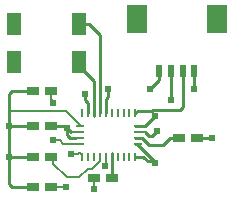
<source format=gtl>
G04 This is an RS-274x file exported by *
G04 gerbv version 2.6.1 *
G04 More information is available about gerbv at *
G04 http://gerbv.geda-project.org/ *
G04 --End of header info--*
%MOIN*%
%FSLAX34Y34*%
%IPPOS*%
G04 --Define apertures--*
%ADD10C,0.0240*%
%ADD11R,0.0512X0.0748*%
%ADD12C,0.1350*%
%ADD13R,0.0400X0.0300*%
%ADD14R,0.0300X0.0098*%
%ADD15R,0.0098X0.0300*%
%ADD16R,0.0697X0.0972*%
%ADD17R,0.0216X0.0394*%
%ADD18C,0.0220*%
%ADD19C,0.0100*%
%ADD20C,0.0060*%
%ADD21C,0.0080*%
G04 --Start main section--*
G54D10*
G01X-011712Y-013203D03*
G01X-011703Y-012185D03*
G01X-010239Y-012638D03*
G01X-010241Y-011389D03*
G01X-009833Y-014212D03*
G01X-009665Y-013100D03*
G01X-009787Y-012243D03*
G01X-009187Y-011087D03*
G01X-008896Y-014260D03*
G01X-008529Y-013512D03*
G01X-008420Y-010930D03*
G01X-006840Y-013396D03*
G01X-006799Y-012349D03*
G01X-006841Y-011842D03*
G01X-006324Y-011311D03*
G01X-007012Y-010943D03*
G01X-005536Y-010933D03*
G01X-004939Y-012565D03*
G54D20*
G01X-009278Y-013203D02*
G01X-009278Y-013142D01*
G01X-009278Y-013142D02*
G01X-009335Y-013085D01*
G01X-009357Y-012175D02*
G01X-009357Y-012140D01*
G01X-008884Y-011737D02*
G01X-008884Y-011536D01*
G01X-008884Y-011536D02*
G01X-008894Y-011526D01*
G01X-008294Y-013203D02*
G01X-008294Y-013405D01*
G01X-008294Y-013405D02*
G01X-008296Y-013407D01*
G01X-007427Y-012568D02*
G01X-007375Y-012568D01*
G01X-007375Y-012568D02*
G01X-007372Y-012565D01*
G01X-007427Y-012175D02*
G01X-007287Y-012175D01*
G01X-007287Y-012175D02*
G01X-007281Y-012181D01*
G01X-007427Y-012765D02*
G01X-007427Y-012809D01*
G54D11*
G01X-011563Y-010038D03*
G01X-011563Y-008778D03*
G01X-009397Y-010038D03*
G01X-009397Y-008778D03*
G54D21*
G01X-011706Y-013197D02*
G01X-011712Y-013203D01*
G01X-009357Y-012140D02*
G01X-009824Y-011673D01*
G01X-009824Y-011673D02*
G01X-011722Y-011673D01*
G01X-010301Y-014212D02*
G01X-009833Y-014212D01*
G01X-008687Y-013203D02*
G01X-008687Y-013344D01*
G01X-008687Y-013344D02*
G01X-008946Y-013603D01*
G01X-008946Y-013603D02*
G01X-009099Y-013603D01*
G01X-009099Y-013603D02*
G01X-009378Y-013882D01*
G01X-009378Y-013882D02*
G01X-009794Y-013882D01*
G01X-009794Y-013882D02*
G01X-010252Y-013424D01*
G01X-010252Y-013424D02*
G01X-010252Y-013252D01*
G01X-010252Y-013252D02*
G01X-010301Y-013203D01*
G01X-010241Y-011389D02*
G01X-010241Y-011339D01*
G01X-010241Y-011339D02*
G01X-010301Y-011279D01*
G01X-010301Y-011279D02*
G01X-010301Y-010996D01*
G01X-009335Y-013085D02*
G01X-009417Y-013085D01*
G01X-009417Y-013085D02*
G01X-009432Y-013100D01*
G01X-009432Y-013100D02*
G01X-009665Y-013100D01*
G01X-009357Y-012765D02*
G01X-009902Y-012765D01*
G01X-009902Y-012765D02*
G01X-010029Y-012638D01*
G01X-010029Y-012638D02*
G01X-010239Y-012638D01*
G01X-009278Y-012765D02*
G01X-009357Y-012765D01*
G01X-009278Y-012175D02*
G01X-009322Y-012175D01*
G01X-009322Y-012175D02*
G01X-009357Y-012140D01*
G01X-009357Y-012568D02*
G01X-009489Y-012568D01*
G01X-009278Y-012568D02*
G01X-009357Y-012568D01*
G01X-009357Y-012372D02*
G01X-009641Y-012372D01*
G01X-009278Y-012372D02*
G01X-009357Y-012372D01*
G01X-008896Y-013893D02*
G01X-008896Y-014260D01*
G01X-008687Y-013085D02*
G01X-008687Y-013203D01*
G01X-008490Y-013203D02*
G01X-008490Y-013473D01*
G01X-008490Y-013473D02*
G01X-008529Y-013512D01*
G01X-008490Y-013085D02*
G01X-008490Y-013203D01*
G01X-007427Y-012372D02*
G01X-007188Y-012372D01*
G01X-007506Y-012372D02*
G01X-007427Y-012372D01*
G54D13*
G01X-010301Y-014212D03*
G01X-010901Y-014212D03*
G01X-010301Y-013203D03*
G01X-010901Y-013203D03*
G01X-010301Y-012185D03*
G01X-010901Y-012185D03*
G01X-010301Y-010996D03*
G01X-010901Y-010996D03*
G01X-008296Y-013893D03*
G01X-008896Y-013893D03*
G01X-006050Y-012565D03*
G01X-005450Y-012565D03*
G54D14*
G01X-009357Y-012765D03*
G01X-009357Y-012568D03*
G01X-009357Y-012372D03*
G01X-009357Y-012175D03*
G01X-007427Y-012765D03*
G01X-007427Y-012568D03*
G01X-007427Y-012372D03*
G01X-007427Y-012175D03*
G54D15*
G01X-008490Y-013203D03*
G01X-008687Y-013203D03*
G01X-008884Y-013203D03*
G01X-009081Y-013203D03*
G01X-009278Y-013203D03*
G01X-008490Y-011737D03*
G01X-008687Y-011737D03*
G01X-008884Y-011737D03*
G01X-009081Y-011737D03*
G01X-009278Y-011737D03*
G01X-007516Y-013203D03*
G01X-007703Y-013203D03*
G01X-007900Y-013203D03*
G01X-008097Y-013203D03*
G01X-008294Y-013203D03*
G01X-007506Y-011737D03*
G01X-007703Y-011737D03*
G01X-007900Y-011737D03*
G01X-008097Y-011737D03*
G01X-008294Y-011737D03*
G54D16*
G01X-007460Y-008600D03*
G01X-004794Y-008600D03*
G54D17*
G01X-006718Y-010352D03*
G01X-005536Y-010352D03*
G01X-005930Y-010352D03*
G01X-006324Y-010352D03*
G54D19*
G01X-011712Y-013203D02*
G01X-011722Y-013213D01*
G01X-011722Y-013213D02*
G01X-011722Y-014112D01*
G01X-011722Y-014112D02*
G01X-011622Y-014212D01*
G01X-011622Y-014212D02*
G01X-010901Y-014212D01*
G01X-011703Y-012185D02*
G01X-011703Y-012405D01*
G01X-011703Y-012405D02*
G01X-011706Y-012408D01*
G01X-011706Y-012408D02*
G01X-011706Y-013197D01*
G01X-010901Y-013203D02*
G01X-011712Y-013203D01*
G01X-011722Y-011673D02*
G01X-011722Y-011946D01*
G01X-011722Y-011946D02*
G01X-011703Y-011965D01*
G01X-011703Y-011965D02*
G01X-011703Y-012185D01*
G01X-011703Y-012185D02*
G01X-010901Y-012185D01*
G01X-010901Y-010996D02*
G01X-011622Y-010996D01*
G01X-011622Y-010996D02*
G01X-011722Y-011096D01*
G01X-011722Y-011096D02*
G01X-011722Y-011673D01*
G01X-009787Y-012243D02*
G01X-009787Y-012238D01*
G01X-009787Y-012238D02*
G01X-009840Y-012185D01*
G01X-009840Y-012185D02*
G01X-010301Y-012185D01*
G01X-009489Y-012568D02*
G01X-009682Y-012568D01*
G01X-009682Y-012568D02*
G01X-009787Y-012463D01*
G01X-009787Y-012463D02*
G01X-009787Y-012243D01*
G01X-009641Y-012372D02*
G01X-009770Y-012243D01*
G01X-009770Y-012243D02*
G01X-009787Y-012243D01*
G01X-008894Y-011526D02*
G01X-008894Y-010659D01*
G01X-008894Y-010659D02*
G01X-009397Y-010156D01*
G01X-009397Y-010156D02*
G01X-009397Y-010038D01*
G01X-008687Y-011737D02*
G01X-008687Y-009139D01*
G01X-008687Y-009139D02*
G01X-008929Y-008897D01*
G01X-008929Y-008897D02*
G01X-008929Y-008890D01*
G01X-008929Y-008890D02*
G01X-009041Y-008778D01*
G01X-009041Y-008778D02*
G01X-009397Y-008778D01*
G01X-008894Y-011845D02*
G01X-008894Y-011526D01*
G01X-008490Y-011737D02*
G01X-008490Y-011260D01*
G01X-008490Y-011260D02*
G01X-008420Y-011190D01*
G01X-008420Y-011190D02*
G01X-008420Y-010930D01*
G01X-009081Y-011737D02*
G01X-009081Y-011413D01*
G01X-009081Y-011413D02*
G01X-009187Y-011307D01*
G01X-009187Y-011307D02*
G01X-009187Y-011087D01*
G01X-008296Y-013407D02*
G01X-008296Y-013893D01*
G01X-008294Y-013085D02*
G01X-008296Y-013087D01*
G01X-008296Y-013087D02*
G01X-008296Y-013407D01*
G01X-006883Y-013353D02*
G01X-007093Y-013353D01*
G01X-007093Y-013353D02*
G01X-007211Y-013235D01*
G01X-007211Y-013235D02*
G01X-007213Y-013235D01*
G01X-007213Y-013235D02*
G01X-007245Y-013203D01*
G01X-007245Y-013203D02*
G01X-007516Y-013203D01*
G01X-007506Y-012568D02*
G01X-007503Y-012565D01*
G01X-007503Y-012565D02*
G01X-007372Y-012565D01*
G01X-007506Y-012175D02*
G01X-007500Y-012181D01*
G01X-007500Y-012181D02*
G01X-007281Y-012181D01*
G01X-007188Y-012372D02*
G01X-007055Y-012505D01*
G01X-007055Y-012505D02*
G01X-006955Y-012505D01*
G01X-006955Y-012505D02*
G01X-006799Y-012349D01*
G01X-007506Y-012765D02*
G01X-007471Y-012765D01*
G01X-007471Y-012765D02*
G01X-007427Y-012809D01*
G01X-007427Y-012809D02*
G01X-007151Y-013085D01*
G01X-007151Y-013085D02*
G01X-007149Y-013085D01*
G01X-007149Y-013085D02*
G01X-006996Y-013238D01*
G01X-006996Y-013238D02*
G01X-006996Y-013240D01*
G01X-006996Y-013240D02*
G01X-006883Y-013353D01*
G01X-007506Y-011737D02*
G01X-007425Y-011655D01*
G01X-007425Y-011655D02*
G01X-006966Y-011655D01*
G01X-006966Y-011655D02*
G01X-006932Y-011622D01*
G01X-006932Y-011622D02*
G01X-006030Y-011622D01*
G01X-006030Y-011622D02*
G01X-005930Y-011522D01*
G01X-005930Y-011522D02*
G01X-005930Y-010352D01*
G01X-006840Y-013396D02*
G01X-006883Y-013353D01*
G01X-007372Y-012565D02*
G01X-007278Y-012565D01*
G01X-007278Y-012565D02*
G01X-007049Y-012794D01*
G01X-007049Y-012794D02*
G01X-006579Y-012794D01*
G01X-006579Y-012794D02*
G01X-006350Y-012565D01*
G01X-006350Y-012565D02*
G01X-006050Y-012565D01*
G01X-007281Y-012181D02*
G01X-007271Y-012171D01*
G01X-007271Y-012171D02*
G01X-007170Y-012171D01*
G01X-007170Y-012171D02*
G01X-006841Y-011842D01*
G01X-006718Y-010352D02*
G01X-006718Y-010649D01*
G01X-006718Y-010649D02*
G01X-007012Y-010943D01*
G01X-006324Y-010352D02*
G01X-006324Y-011311D01*
G01X-005536Y-010352D02*
G01X-005536Y-010933D01*
G01X-005450Y-012565D02*
G01X-004939Y-012565D01*
M02*

</source>
